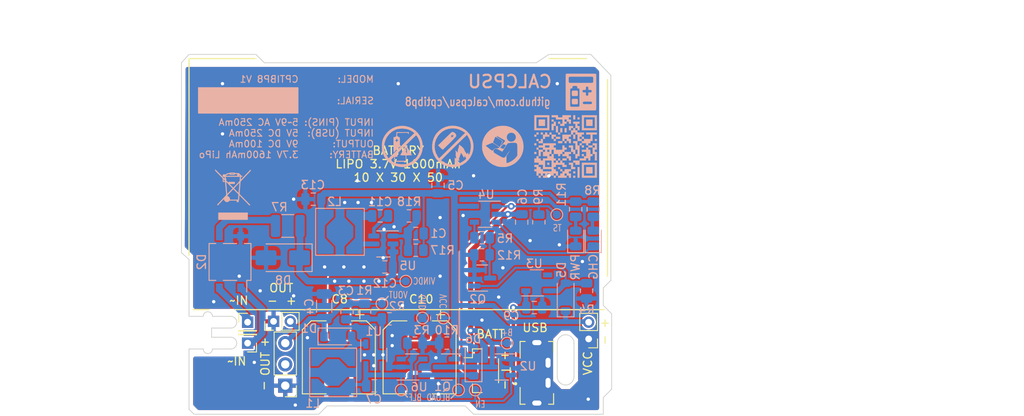
<source format=kicad_pcb>
(kicad_pcb (version 20240108) (generator "pcbnew") (generator_version "8.0")
  (layers (0 "F.Cu" signal) (31 "B.Cu" signal) (34 "B.Paste" user) (35 "F.Paste" user) (36 "B.SilkS" user "B.Silkscreen") (37 "F.SilkS" user "F.Silkscreen") (38 "B.Mask" user) (39 "F.Mask" user) (44 "Edge.Cuts" user))
  (net 0 "")
  (net 1 "/B+")
  (net 2 "/GND")
  (net 3 "/RFB")
  (net 4 "/VOUT")
  (net 5 "/VCC")
  (net 6 "/RSW")
  (net 7 "/CHG")
  (net 8 "/LCHG")
  (net 9 "/BLOAD")
  (net 10 "/REG5_FB")
  (net 11 "/EN")
  (net 12 "/PROG")
  (net 13 "/TS")
  (net 14 "/REG5_BS")
  (net 15 "/REG5_SW")
  (net 16 "/VAC2")
  (net 17 "/VAC1")
  (net 18 "/VRECT")
  (net 19 "/LPWR")
  (net 20 "/VINDC")
  (net 22 "/BLOADF")
  (net 23 "Net-(U6-~{FLG})")
  (net 24 "/VBUS1")
  (net 25 "/VBUS")
  (net 26 "/PROG2")
  (footprint "Connector_PinHeader_2.00mm:PinHeader_1x01_P2.00mm_Vertical" (layer "F.Cu") (at 8 35 180)
    (property "Reference" "J1" (hide yes))
    (property "Value" "VAC2")
  )
  (footprint "Connector_PinHeader_2.00mm:PinHeader_1x02_P2.00mm_Vertical" (layer "F.Cu") (at 11.1 32.4 90)
    (property "Reference" "J2" (hide yes))
    (property "Value" "OUT")
  )
  (footprint "Capacitor_SMD:CP_Elec_8x10.5" (layer "F.Cu") (at 18.9 36.7 -90)
    (property "Reference" "C8")
    (property "Value" "470u/25V")
  )
  (footprint "Connector_PinHeader_2.54mm:PinHeader_1x03_P2.54mm_Vertical" (layer "F.Cu") (at 12.5 40.08 180)
    (property "Reference" "J4" (hide yes))
    (property "Value" "OUT")
  )
  (footprint "Connector_PinHeader_2.00mm:PinHeader_1x01_P2.00mm_Vertical" (layer "F.Cu") (at 8 32.5)
    (property "Reference" "J5" (hide yes))
    (property "Value" "VAC1")
  )
  (footprint "Connector_JST:JST_SH_BM03B-SRSS-TB_1x03-1MP_P1.00mm_Vertical" (layer "F.Cu") (at 35.975 38.3 -90)
    (property "Reference" "BT1" (hide yes))
    (property "Value" "LiPo")
  )
  (footprint "mod_local:HRS_ZX80-B-5P_30_" (layer "F.Cu") (at 42.56 38.55 90)
    (property "Reference" "J7" (hide yes))
    (property "Value" "ZX80-B-5P_30_")
  )
  (footprint "Connector_PinHeader_2.00mm:PinHeader_1x02_P2.00mm_Vertical" (layer "F.Cu") (at 48.75 34.5 180)
    (property "Reference" "J3" (hide yes))
    (property "Value" "VCC")
  )
  (footprint "Capacitor_SMD:CP_Elec_8x10.5" (layer "F.Cu") (at 28.55 36.7 -90)
    (property "Reference" "C10")
    (property "Value" "470u/25V")
  )
  (footprint "Package_TO_SOT_SMD:SOT-23" (layer "B.Cu") (at 36.0375 27.225)
    (property "Reference" "Q2")
    (property "Value" "2N7002")
  )
  (footprint "Diode_SMD:D_SOD-123" (layer "B.Cu") (at 35 37.25 90)
    (property "Reference" "D6")
    (property "Value" "PMEG40T10ERX\n")
  )
  (footprint "Package_TO_SOT_SMD:SOT-23-3" (layer "B.Cu") (at 38.3625 37.85 180)
    (property "Reference" "U2")
    (property "Value" "APX809S-31SA")
  )
  (footprint "Resistor_SMD:R_0805_2012Metric" (layer "B.Cu") (at 31.8 35)
    (property "Reference" "R10")
    (property "Value" "47k")
  )
  (footprint "Resistor_SMD:R_0805_2012Metric" (layer "B.Cu") (at 47.2 19 90)
    (property "Reference" "R11")
    (property "Value" "3k" (hide yes))
  )
  (footprint "Capacitor_SMD:C_0805_2012Metric" (layer "B.Cu") (at 23.8375 19.8 180)
    (property "Reference" "C11")
    (property "Value" "22n")
  )
  (footprint "LOGO" (layer "B.Cu") (at 49 5 180)
    (property "Reference" "G***" (hide yes))
    (property "Value" "LOGO" (hide yes))
  )
  (footprint "Resistor_SMD:R_0805_2012Metric" (layer "B.Cu") (at 48.5 28.75 90)
    (property "Reference" "R4")
    (property "Value" "10k")
  )
  (footprint "TestPoint:TestPoint_Pad_D1.0mm" (layer "B.Cu") (at 39 35 180)
    (property "Reference" "TP2" (hide yes))
    (property "Value" "B+")
  )
  (footprint "Capacitor_SMD:C_0805_2012Metric" (layer "B.Cu") (at 15.85 17.8 180)
    (property "Reference" "C13")
    (property "Value" "1u")
  )
  (footprint "TestPoint:TestPoint_Pad_D1.0mm" (layer "B.Cu") (at 26.35 40.6 180)
    (property "Reference" "TP5" (hide yes))
    (property "Value" "BLOADF")
  )
  (footprint "Resistor_SMD:R_0805_2012Metric" (layer "B.Cu") (at 42.8 20.55 90)
    (property "Reference" "R9")
    (property "Value" "10k")
  )
  (footprint "Symbol:WEEE-Logo_4.2x6mm_SilkScreen" (layer "B.Cu") (at 6.25 17.25 180)
    (property "Reference" "REF**" (hide yes))
    (property "Value" "WEEE-Logo_4.2x6mm_SilkScreen" (hide yes))
  )
  (footprint "Resistor_SMD:R_0805_2012Metric" (layer "B.Cu") (at 28.0875 23.9 180)
    (property "Reference" "R17")
    (property "Value" "49.9k")
  )
  (footprint "Package_TO_SOT_SMD:TO-269AA" (layer "B.Cu") (at 5.9 25.3 90)
    (property "Reference" "D2")
    (property "Value" "MB14S")
  )
  (footprint "Capacitor_SMD:C_0805_2012Metric" (layer "B.Cu") (at 19.875 31.2125 90)
    (property "Reference" "C3")
    (property "Value" "N/P")
  )
  (footprint "TestPoint:TestPoint_Pad_D1.0mm" (layer "B.Cu") (at 44.95 19.65 180)
    (property "Reference" "TP8" (hide yes))
    (property "Value" "TS")
  )
  (footprint "Resistor_SMD:R_0805_2012Metric" (layer "B.Cu") (at 49.3 19 90)
    (property "Reference" "R8")
    (property "Value" "3k")
  )
  (footprint "TestPoint:TestPoint_Pad_D1.0mm" (layer "B.Cu") (at 26.9 27.6 180)
    (property "Reference" "TP1" (hide yes))
    (property "Value" "VINDC")
  )
  (footprint "Resistor_SMD:R_0805_2012Metric" (layer "B.Cu") (at 36.0125 22.4 180)
    (property "Reference" "R5")
    (property "Value" "1k8")
  )
  (footprint "Resistor_SMD:R_0805_2012Metric" (layer "B.Cu") (at 21.975 31.2125 -90)
    (property "Reference" "R1")
    (property "Value" "100k")
  )
  (footprint "Package_TO_SOT_SMD:SOT-23" (layer "B.Cu") (at 31.8 37.85 180)
    (property "Reference" "Q1")
    (property "Value" "AO3413")
  )
  (footprint "Capacitor_SMD:C_0805_2012Metric" (layer "B.Cu") (at 28.0875 21.9)
    (property "Reference" "C1")
    (property "Value" "100p")
  )
  (footprint "Package_TO_SOT_SMD:TSOT-23-6" (layer "B.Cu") (at 24.225 23.15 180)
    (property "Reference" "U5")
    (property "Value" "AP63200WU")
  )
  (footprint "Resistor_SMD:R_0805_2012Metric" (layer "B.Cu") (at 36 24.45)
    (property "Reference" "R12")
    (property "Value" "3k6")
  )
  (footprint "LED_SMD:LED_0805_2012Metric" (layer "B.Cu") (at 49.3 22.5 90)
    (property "Reference" "D3" (hide yes))
    (property "Value" "RED")
  )
  (footprint "Resistor_SMD:R_1210_3225Metric" (layer "B.Cu") (at 12.8 21)
    (property "Reference" "R7")
    (property "Value" "1")
  )
  (footprint "george:Inductor_Bourns_SRR4028" (layer "B.Cu") (at 19.0375 21.7 90)
    (property "Reference" "L2")
    (property "Value" "10uH")
  )
  (footprint "george:SOT-23-6_TI_DBV6" (layer "B.Cu") (at 36.4 19.6 180)
    (property "Reference" "U4")
    (property "Value" "BQ21040")
  )
  (footprint "TestPoint:TestPoint_Pad_D1.0mm" (layer "B.Cu") (at 33.2 40.6 180)
    (property "Reference" "TP3" (hide yes))
    (property "Value" "BLOAD")
  )
  (footprint "Diode_SMD:D_SOD-123" (layer "B.Cu") (at 18.775 34.2)
    (property "Reference" "D1")
    (property "Value" "PMEG40T10ERX")
  )
  (footprint "LED_SMD:LED_0805_2012Metric" (layer "B.Cu") (at 47.2 22.5 90)
    (property "Reference" "D4" (hide yes))
    (property "Value" "GRN")
  )
  (footprint "Resistor_SMD:R_0805_2012Metric" (layer "B.Cu") (at 28 35 180)
    (property "Reference" "R3")
    (property "Value" "10k")
  )
  (footprint "Diode_SMD:D_SMA" (layer "B.Cu") (at 12.2 24.8 180)
    (property "Reference" "D8")
    (property "Value" "Z15V")
  )
  (footprint "george:SOT-23-5_TI_DBV5" (layer "B.Cu") (at 23.075 36.4 -90)
    (property "Reference" "U1")
    (property "Value" "MIC2250-1YD5-TR")
  )
  (footprint "Capacitor_SMD:C_0805_2012Metric" (layer "B.Cu") (at 24.4 25.9 180)
    (property "Reference" "C12")
    (property "Value" "1u")
  )
  (footprint "TestPoint:TestPoint_Pad_D1.0mm" (layer "B.Cu") (at 28.9 32 180)
    (property "Reference" "TP6" (hide yes))
    (property "Value" "GND")
  )
  (footprint "TestPoint:TestPoint_Pad_D1.0mm" (layer "B.Cu") (at 31.4 32 180)
    (property "Reference" "TP9" (hide yes))
    (property "Value" "VCC")
  )
  (footprint "TestPoint:TestPoint_Pad_D1.0mm" (layer "B.Cu") (at 24.05 30.3 180)
    (property "Reference" "TP4" (hide yes))
    (property "Value" "VOUT")
  )
  (footprint "Diode_SMD:D_SOD-123" (layer "B.Cu") (at 46 29.5 90)
    (property "Reference" "D5")
    (property "Value" "PMEG40T10ERX")
  )
  (footprint "george:SOT-23-5_TI_DBV5" (layer "B.Cu") (at 27.65 37.85)
    (property "Reference" "U6")
    (property "Value" "NCP380")
  )
  (footprint "Capacitor_SMD:C_0805_2012Metric" (layer "B.Cu") (at 30.75 16.15 90)
    (property "Reference" "C5")
    (property "Value" "10u")
  )
  (footprint "george:SOT-23-5_TI_DBV5" (layer "B.Cu") (at 42.55 27.8)
    (property "Reference" "U3")
    (property "Value" "NCP360SNT")
  )
  (footprint "Resistor_SMD:R_0805_2012Metric" (layer "B.Cu") (at 27.2875 19.8 180)
    (property "Reference" "R18")
    (property "Value" "9.1k")
  )
  (footprint "Capacitor_SMD:C_1206_3216Metric" (layer "B.Cu") (at 17.15 30.6 90)
    (property "Reference" "C4")
    (property "Value" "22u")
  )
  (footprint "LOGO" (layer "B.Cu") (at 46 11.5 180)
    (property "Reference" "G***" (hide yes))
    (property "Value" "\\" (hide yes))
  )
  (footprint "Resistor_SMD:R_0805_2012Metric" (layer "B.Cu") (at 24.95 32.1 180)
    (property "Reference" "R2")
    (property "Value" "16k")
  )
  (footprint "Capacitor_SMD:C_0805_2012Metric" (layer "B.Cu") (at 23.125 40.1)
    (property "Reference" "C7")
    (property "Value" "4u7")
  )
  (footprint "TestPoint:TestPoint_Pad_D1.0mm" (layer "B.Cu") (at 35.2 40.6 180)
    (property "Reference" "TP7" (hide yes))
    (property "Value" "EN")
  )
  (footprint "george:Inductor_Bourns_SRR4028" (layer "B.Cu") (at 18.225 38.5)
    (property "Reference" "L1")
    (property "Value" "10uH")
  )
  (footprint "george:graphic_batterysafety" (layer "B.Cu") (at 32.5 11.5 180)
    (property "Reference" "REF**" (hide yes))
    (property "Value" "graphic_batterysafety")
  )
  (footprint "Capacitor_SMD:C_0805_2012Metric" (layer "B.Cu") (at 42.25 30.75)
    (property "Reference" "C9")
    (property "Value" "1u")
  )
  (footprint "Capacitor_SMD:C_0805_2012Metric" (layer "B.Cu") (at 40.75 20.55 -90)
    (property "Reference" "C6")
    (property "Value" "4u7")
  )
  (gr_line (start 24.5 29.75) (end 24.8 29.4) (stroke (width 0.15)) (layer "B.SilkS"))
  (gr_line (start 27.1 41.45) (end 26.85 41.2) (stroke (width 0.15)) (layer "B.SilkS"))
  (gr_line (start 35.7 41.7) (end 35.5 41.4) (stroke (width 0.15)) (layer "B.SilkS"))
  (gr_line (start 32.3 41.6) (end 32.7 41.2) (stroke (width 0.15)) (layer "B.SilkS"))
  (gr_rect (start 2.15 4.5) (end 14 7.5) (stroke (width 0.15)) (fill solid) (layer "B.SilkS"))
  (gr_line (start 44 1) (end 48.5 1) (stroke (width 0.15)) (layer "F.SilkS"))
  (gr_line (start 17.4 31) (end 50.6 31) (stroke (width 0.15)) (layer "F.SilkS"))
  (gr_line (start 1 1) (end 9 1) (stroke (width 0.15)) (layer "F.SilkS"))
  (gr_line (start 51 3.5) (end 51 27) (stroke (width 0.15)) (layer "F.SilkS"))
  (gr_line (start 3.4 31) (end 1.5 31) (stroke (width 0.15)) (layer "F.SilkS"))
  (gr_line (start 1 1) (end 1 24.5) (stroke (width 0.15)) (layer "F.SilkS"))
  (gr_line (start 17.4 31) (end 6.5 31) (stroke (width 0.15)) (layer "F.SilkS"))
  (gr_arc (start 45 35) (mid 46 34) (end 47 35) (stroke (width 0.1)) (layer "Edge.Cuts"))
  (gr_line (start 51.5 31.5) (end 51.5 40.5) (stroke (width 0.1)) (layer "Edge.Cuts"))
  (gr_line (start 1 0.5) (end 0.1 1.5) (stroke (width 0.1)) (layer "Edge.Cuts"))
  (gr_line (start 17.5 42.5) (end 33 42.5) (stroke (width 0.1)) (layer "Edge.Cuts"))
  (gr_line (start 1 31.8) (end 1 25) (stroke (width 0.1)) (layer "Edge.Cuts"))
  (gr_line (start 1 0.5) (end 9 0.5) (stroke (width 0.1)) (layer "Edge.Cuts"))
  (gr_line (start 51.4 3) (end 49 0.5) (stroke (width 0.1)) (layer "Edge.Cuts"))
  (gr_line (start 1 42.9) (end 1 35.7) (stroke (width 0.1)) (layer "Edge.Cuts"))
  (gr_line (start 16.5 43.5) (end 1.6 43.5) (stroke (width 0.1)) (layer "Edge.Cuts"))
  (gr_arc (start 6 34.3) (mid 6.7 35) (end 6 35.7) (stroke (width 0.1)) (layer "Edge.Cuts"))
  (gr_line (start 6 34.3) (end 3.7 34.3) (stroke (width 0.1)) (layer "Edge.Cuts"))
  (gr_line (start 1 25) (end 0.1 24.2) (stroke (width 0.1)) (layer "Edge.Cuts"))
  (gr_arc (start 2.7 31.8) (mid 3.25 31.25) (end 3.8 31.8) (stroke (width 0.1)) (layer "Edge.Cuts"))
  (gr_line (start 50.5 28.4) (end 50.5 30.5) (stroke (width 0.1)) (layer "Edge.Cuts"))
  (gr_line (start 35 43.5) (end 50.5 43.5) (stroke (width 0.1)) (layer "Edge.Cuts"))
  (gr_line (start 2.7 31.8) (end 1 31.8) (stroke (width 0.1)) (layer "Edge.Cuts"))
  (gr_line (start 3.7 34.3) (end 3.7 33.2) (stroke (width 0.1)) (layer "Edge.Cuts"))
  (gr_line (start 51.4 3) (end 51.4 27.5) (stroke (width 0.1)) (layer "Edge.Cuts"))
  (gr_line (start 33 42.5) (end 34 42.5) (stroke (width 0.1)) (layer "Edge.Cuts"))
  (gr_line (start 47 39) (end 47 35) (stroke (width 0.1)) (layer "Edge.Cuts"))
  (gr_line (start 6 31.8) (end 3.8 31.8) (stroke (width 0.1)) (layer "Edge.Cuts"))
  (gr_line (start 45 39) (end 45 35) (stroke (width 0.1)) (layer "Edge.Cuts"))
  (gr_arc (start 3.8 35.7) (mid 3.25 36.25) (end 2.7 35.7) (stroke (width 0.1)) (layer "Edge.Cuts"))
  (gr_line (start 50.5 43.5) (end 50.5 41.5) (stroke (width 0.1)) (layer "Edge.Cuts"))
  (gr_line (start 1 42.9) (end 1.6 43.5) (stroke (width 0.1)) (layer "Edge.Cuts"))
  (gr_line (start 42.5 1.5) (end 44 0.5) (stroke (width 0.1)) (layer "Edge.Cuts"))
  (gr_line (start 3.7 33.2) (end 6 33.2) (stroke (width 0.1)) (layer "Edge.Cuts"))
  (gr_line (start 34 42.5) (end 35 43.5) (stroke (width 0.1)) (layer "Edge.Cuts"))
  (gr_line (start 50.5 41.5) (end 51.5 40.5) (stroke (width 0.1)) (layer "Edge.Cuts"))
  (gr_line (start 44 0.5) (end 49 0.5) (stroke (width 0.1)) (layer "Edge.Cuts"))
  (gr_line (start 9 0.5) (end 10 1.5) (stroke (width 0.1)) (layer "Edge.Cuts"))
  (gr_line (start 16.5 43.5) (end 17.5 42.5) (stroke (width 0.1)) (layer "Edge.Cuts"))
  (gr_line (start 50.5 30.5) (end 51.5 31.5) (stroke (width 0.1)) (layer "Edge.Cuts"))
  (gr_line (start 51.4 27.5) (end 50.5 28.4) (stroke (width 0.1)) (layer "Edge.Cuts"))
  (gr_arc (start 6 31.8) (mid 6.7 32.5) (end 6 33.2) (stroke (width 0.1)) (layer "Edge.Cuts"))
  (gr_line (start 10 1.5) (end 42.5 1.5) (stroke (width 0.1)) (layer "Edge.Cuts"))
  (gr_line (start 0.1 1.5) (end 0.1 24.2) (stroke (width 0.1)) (layer "Edge.Cuts"))
  (gr_line (start 2.7 35.7) (end 1 35.7) (stroke (width 0.1)) (layer "Edge.Cuts"))
  (gr_line (start 3.8 35.7) (end 6 35.7) (stroke (width 0.1)) (layer "Edge.Cuts"))
  (gr_arc (start 47 39) (mid 46 40) (end 45 39) (stroke (width 0.1)) (layer "Edge.Cuts"))
  (gr_text "MODEL:\n\nSERIAL:\n\nINPUT (PINS):\nINPUT (USB):\nOUTPUT:\nBATTERY:" (at 23.15 3 0) (layer "B.SilkS") (effects (font (size 0.8 0.8) (thickness 0.12)) (justify left top mirror)))
  (gr_text "github.com/calcpsu/cptibp8" (at 44.25 6.75 0) (layer "B.SilkS") (effects (font (size 1 0.8)) (justify left bottom mirror)))
  (gr_text "CHG" (at 49.9 24.25 90) (layer "B.SilkS") (effects (font (size 1 1)) (justify left bottom mirror)))
  (gr_text "CALCPSU" (at 44.5 3.75 0) (layer "B.SilkS") (effects (font (size 1.5 1.5) (thickness 0.25) (bold yes)) (justify left mirror)))
  (gr_text "CPTIBP8 V1\n\n\n\n5~9V AC 250mA\n5V DC 250mA\n9V DC 100mA\n3.7V 1600mAh LiPo" (at 14.15 3 0) (layer "B.SilkS") (effects (font (size 0.8 0.8) (thickness 0.12)) (justify left top mirror)))
  (gr_text "PWR" (at 47.75 24.25 90) (layer "B.SilkS") (effects (font (size 1 1)) (justify left bottom mirror)))
  (gr_text "BLF" (at 28 41.5 0) (layer "B.SilkS") (effects (font (size 0.8 0.6) (thickness 0.1) (bold yes)) (justify mirror)))
  (gr_text "-" (at 10.25 30.5 0) (layer "F.SilkS") (effects (font (size 1 1)) (justify left bottom)))
  (gr_text "USB" (at 40.75 33.75 0) (layer "F.SilkS") (effects (font (size 1 1)) (justify left bottom)))
  (gr_text "BATTERY\nLIPO 3.7V 1600mAh\n10 X 30 X 50" (at 26 15.8 0) (layer "F.SilkS") (effects (font (size 1 1)) (justify bottom)))
  (gr_text "+" (at 10.6 35.6 90) (layer "F.SilkS") (effects (font (size 1 1)) (justify left bottom)))
  (gr_text "OUT" (at 10.5 29 0) (layer "F.SilkS") (effects (font (size 1 1)) (justify left bottom)))
  (gr_text "-" (at 10.5 40.8 90) (layer "F.SilkS") (effects (font (size 1 1)) (justify left bottom)))
  (gr_text "OUT" (at 10.7 39 90) (layer "F.SilkS") (effects (font (size 1 1)) (justify left bottom)))
  (gr_text "~IN" (at 5.75 30.5 0) (layer "F.SilkS") (effects (font (size 1 1)) (justify left bottom)))
  (gr_text "~IN" (at 5.5 37.75 0) (layer "F.SilkS") (effects (font (size 1 1)) (justify left bottom)))
  (gr_text "+ T -" (at 38.25 35.75 -90) (layer "F.SilkS") (effects (font (size 1 1)) (justify left bottom)))
  (gr_text "+ -" (at 50.2 31.9 -90) (layer "F.SilkS") (effects (font (size 1 1)) (justify left bottom)))
  (gr_text "BATT\n" (at 35.25 34.5 0) (layer "F.SilkS") (effects (font (size 1 1)) (justify left bottom)))
  (gr_text "+" (at 12.5 30.5 0) (layer "F.SilkS") (effects (font (size 1 1)) (justify left bottom)))
  (segment (start 34.65 33.5) (end 34.65 24.05) (width 0.6) (layer "F.Cu") (net 1))
  (segment (start 34.65 24.05) (end 39.1 19.6) (width 0.6) (layer "F.Cu") (net 1))
  (segment (start 34.65 33.5) (end 34.65 37.3) (width 0.6) (layer "F.Cu") (net 1))
  (via (at 34.65 33.5) (size 0.8) (drill 0.4) (layers "F.Cu" "B.Cu") (net 1))
  (via (at 39.1 19.6) (size 0.8) (drill 0.4) (layers "F.Cu" "B.Cu") (net 1))
  (segment (start 37.225 37.85) (end 37.225 35.075) (width 0.6) (layer "B.Cu") (net 1))
  (segment (start 34.65 33.5) (end 35.65 33.5) (width 0.6) (layer "B.Cu") (net 1))
  (segment (start 30.8625 37.85) (end 37.225 37.85) (width 0.6) (layer "B.Cu") (net 1))
  (segment (start 37.225 35.075) (end 37.3 35) (width 0.4) (layer "B.Cu") (net 1))
  (segment (start 37.3 35) (end 39 35) (width 0.4) (layer "B.Cu") (net 1))
  (segment (start 39.1 19.6) (end 37.7 19.6) (width 0.6) (layer "B.Cu") (net 1))
  (segment (start 39.1 19.6) (end 40.75 19.6) (width 0.6) (layer "B.Cu") (net 1))
  (segment (start 35.65 33.5) (end 37.225 35.075) (width 0.6) (layer "B.Cu") (net 1))
  (via (at 26.5 30.5) (size 0.8) (drill 0.4) (layers "F.Cu" "B.Cu") (net 2))
  (via (at 8.8 37.3) (size 0.8) (drill 0.4) (layers "F.Cu" "B.Cu") (net 2))
  (via (at 25.275 34.1) (size 0.8) (drill 0.4) (layers "F.Cu" "B.Cu") (net 2))
  (via (at 13.5 17.8) (size 0.8) (drill 0.4) (layers "F.Cu" "B.Cu") (net 2))
  (via (at 36 32.25) (size 0.8) (drill 0.4) (layers "F.Cu" "B.Cu") (net 2))
  (via (at 48 25.25) (size 0.8) (drill 0.4) (layers "F.Cu" "B.Cu") (net 2))
  (via (at 23.075 37.7) (size 0.8) (drill 0.4) (layers "F.Cu" "B.Cu") (net 2))
  (via (at 22.8 18.2) (size 0.8) (drill 0.4) (layers "F.Cu" "B.Cu") (net 2))
  (via (at 13.5 29.35) (size 0.8) (drill 0.4) (layers "F.Cu" "B.Cu") (net 2))
  (via (at 25.275 35.3) (size 0.8) (drill 0.4) (layers "F.Cu" "B.Cu") (net 2))
  (via (at 48.7 41.7) (size 0.8) (drill 0.4) (layers "F.Cu" "B.Cu") (net 2))
  (via (at 21.2 18.2) (size 0.8) (drill 0.4) (layers "F.Cu" "B.Cu") (net 2))
  (via (at 44 15) (size 0.8) (drill 0.4) (layers "F.Cu" "B.Cu") (net 2))
  (via (at 15.15 34.35) (size 0.8) (drill 0.4) (layers "F.Cu" "B.Cu") (net 2))
  (via (at 41.75 22.75) (size 0.8) (drill 0.4) (layers "F.Cu" "B.Cu") (net 2))
  (via (at 3.95 30.05) (size 0.8) (drill 0.4) (layers "F.Cu" "B.Cu") (net 2))
  (via (at 13.7 42.4) (size 0.8) (drill 0.4) (layers "F.Cu" "B.Cu") (net 2))
  (via (at 21.1 15.6) (size 0.8) (drill 0.4) (layers "F.Cu" "B.Cu") (net 2))
  (via (at 9.5 28.75) (size 0.8) (drill 0.4) (layers "F.Cu" "B.Cu") (net 2))
  (via (at 5 4) (size 0.8) (drill 0.4) (layers "F.Cu" "B.Cu") (net 2))
  (via (at 24.2 24.8) (size 0.8) (drill 0.4) (layers "F.Cu" "B.Cu") (net 2))
  (via (at 30.5 36.75) (size 0.8) (drill 0.4) (layers "F.Cu" "B.Cu") (net 2))
  (via (at 17.2 25.9) (size 0.8) (drill 0.4) (layers "F.Cu" "B.Cu") (net 2))
  (via (at 45.25 23.25) (size 0.8) (drill 0.4) (layers "F.Cu" "B.Cu") (net 2))
  (via (at 38 29.5) (size 0.8) (drill 0.4) (layers "F.Cu" "B.Cu") (net 2))
  (via (at 26 4) (size 0.8) (drill 0.4) (layers "F.Cu" "B.Cu") (net 2))
  (via (at 31 20) (size 0.8) (drill 0.4) (layers "F.Cu" "B.Cu") (net 2))
  (via (at 25.5 21.1) (size 0.8) (drill 0.4) (layers "F.Cu" "B.Cu") (net 2))
  (via (at 30.8 41.1) (size 0.8) (drill 0.4) (layers "F.Cu" "B.Cu") (net 2))
  (via (at 24.175 36.4) (size 0.8) (drill 0.4) (layers "F.Cu" "B.Cu") (net 2))
  (via (at 38.5 26) (size 0.8) (drill 0.4) (layers "F.Cu" "B.Cu") (net 2))
  (via (at 19.5 25.9) (size 0.8) (drill 0.4) (layers "F.Cu" "B.Cu") (net 2))
  (via (at 7 27) (size 0.8) (drill 0.4) (layers "F.Cu" "B.Cu") (net 2))
  (via (at 21.9 25.9) (size 0.8) (drill 0.4) (layers "F.Cu" "B.Cu") (net 2))
  (via (at 35 15) (size 0.8) (drill 0.4) (layers "F.Cu" "B.Cu") (net 2))
  (via (at 21.975 36.4) (size 0.8) (drill 0.4) (layers "F.Cu" "B.Cu") (net 2))
  (via (at 30.8 39.85) (size 0.8) (drill 0.4) (layers "F.Cu" "B.Cu") (net 2))
  (via (at 5 10) (size 0.8) (drill 0.4) (layers "F.Cu" "B.Cu") (net 2))
  (via (at 19.6 18.2) (size 0.8) (drill 0.4) (layers "F.Cu" "B.Cu") (net 2))
  (via (at 31 27) (size 0.8) (drill 0.4) (layers "F.Cu" "B.Cu") (net 2))
  (via (at 24.3 21.4) (size 0.8) (drill 0.4) (layers "F.Cu" "B.Cu") (net 2))
  (via (at 45 4) (size 0.8) (drill 0.4) (layers "F.Cu" "B.Cu") (net 2))
  (via (at 33.75 19.75) (size 0.8) (drill 0.4) (layers "F.Cu" "B.Cu") (net 2))
  (via (at 23.075 36.4) (size 0.8) (drill 0.4) (layers "F.Cu" "B.Cu") (net 2))
  (segment (start 12.5 40.15) (end 12.5 40.08) (width 0.6) (layer "B.Cu") (net 2))
  (segment (start 21.975 32.125) (end 24.025 32.125) (width 0.6) (layer "B.Cu") (net 3))
  (segment (start 19.9125 32.125) (end 19.875 32.1625) (width 0.6) (layer "B.Cu") (net 3))
  (segment (start 21.975 32.125) (end 19.9125 32.125) (width 0.6) (layer "B.Cu") (net 3))
  (segment (start 24.025 35.1) (end 24.025 32.4625) (width 0.6) (layer "B.Cu") (net 3))
  (segment (start 14.125 33.375) (end 12.5 35) (width 0.6) (layer "B.Cu") (net 4))
  (segment (start 17.6 32.075) (end 15.425 32.075) (width 0.6) (layer "B.Cu") (net 4))
  (segment (start 17.125 34.2) (end 17.125 33.2) (width 0.6) (layer "B.Cu") (net 4))
  (segment (start 14.075 33.375) (end 14.125 33.375) (width 0.6) (layer "B.Cu") (net 4))
  (segment (start 19.875 30.2625) (end 21.9375 30.2625) (width 0.6) (layer "B.Cu") (net 4))
  (segment (start 19.875 30.2625) (end 19.5375 30.2625) (width 0.6) (layer "B.Cu") (net 4))
  (segment (start 17.725 32.075) (end 17.6 32.075) (width 0.6) (layer "B.Cu") (net 4))
  (segment (start 17.125 33.2) (end 17.125 32.55) (width 0.6) (layer "B.Cu") (net 4))
  (segment (start 15.425 32.075) (end 14.125 33.375) (width 0.6) (layer "B.Cu") (net 4))
  (segment (start 21.9375 30.2625) (end 21.975 30.3) (width 0.6) (layer "B.Cu") (net 4))
  (segment (start 19.5375 30.2625) (end 17.725 32.075) (width 0.6) (layer "B.Cu") (net 4))
  (segment (start 17.125 32.55) (end 17.6 32.075) (width 0.6) (layer "B.Cu") (net 4))
  (segment (start 13.1 32.4) (end 14.075 33.375) (width 0.6) (layer "B.Cu") (net 4))
  (segment (start 24.05 30.3) (end 21.975 30.3) (width 0.25) (layer "B.Cu") (net 4))
  (segment (start 32.7 30.5) (end 32.7 32.2) (width 0.8) (layer "B.Cu") (net 5))
  (segment (start 47.2 18.0875) (end 49.3 18.0875) (width 0.4) (layer "B.Cu") (net 5))
  (segment (start 32.7 30.1) (end 32.7 30.5) (width 0.8) (layer "B.Cu") (net 5))
  (segment (start 34.4 35) (end 35 35.6) (width 0.6) (layer "B.Cu") (net 5))
  (segment (start 29.0375 17.1375) (end 29 17.1) (width 0.25) (layer "B.Cu") (net 5))
  (segment (start 46 31.15) (end 46 32.436) (width 0.6) (layer "B.Cu") (net 5))
  (segment (start 32.7 18.65) (end 32.7 17.1) (width 0.8) (layer "B.Cu") (net 5))
  (segment (start 45.0875 18.0875) (end 44.1 17.1) (width 0.4) (layer "B.Cu") (net 5))
  (segment (start 48.75 32.5) (end 48.686 32.436) (width 0.6) (layer "B.Cu") (net 5))
  (segment (start 48.686 32.436) (end 46 32.436) (width 0.6) (layer "B.Cu") (net 5))
  (segment (start 37.375 30.5) (end 32.7 30.5) (width 0.6) (layer "B.Cu") (net 5))
  (segment (start 39.311 32.436) (end 37.375 30.5) (width 0.6) (layer "B.Cu") (net 5))
  (segment (start 47.2 18.0875) (end 45.0875 18.0875) (width 0.4) (layer "B.Cu") (net 5))
  (segment (start 44.1 17.1) (end 32.7 17.1) (width 0.4) (layer "B.Cu") (net 5))
  (segment (start 29.0375 21.9) (end 29.0375 23.8625) (width 0.25) (layer "B.Cu") (net 5))
  (segment (start 32.7125 35) (end 34.4 35) (width 0.6) (layer "B.Cu") (net 5))
  (segment (start 30.4 17.1) (end 29 17.1) (width 0.8) (layer "B.Cu") (net 5))
  (segment (start 46 32.436) (end 39.311 32.436) (width 0.6) (layer "B.Cu") (net 5))
  (segment (start 32.7 17.1) (end 30.4 17.1) (width 0.8) (layer "B.Cu") (net 5))
  (segment (start 29.0375 21.9) (end 29.0375 17.1375) (width 0.25) (layer "B.Cu") (net 5))
  (segment (start 32.7 30.1) (end 32.7 18.65) (width 0.8) (layer "B.Cu") (net 5))
  (segment (start 16.7875 17.5125) (end 16.7875 21.7) (width 0.8) (layer "B.Cu") (net 5))
  (segment (start 32.7 32.2) (end 32.7 35.0375) (width 0.8) (layer "B.Cu") (net 5))
  (segment (start 35.1 18.65) (end 32.7 18.65) (width 0.6) (layer "B.Cu") (net 5))
  (segment (start 17.2 17.1) (end 16.7875 17.5125) (width 0.8) (layer "B.Cu") (net 5))
  (segment (start 31.6 32) (end 32.5 32) (width 0.25) (layer "B.Cu") (net 5))
  (segment (start 29 17.1) (end 17.2 17.1) (width 0.8) (layer "B.Cu") (net 5))
  (segment (start 32.7375 36.9) (end 32.7375 35.075) (width 0.6) (layer "B.Cu") (net 5))
  (segment (start 32.5 32) (end 32.7 32.2) (width 0.25) (layer "B.Cu") (net 5))
  (segment (start 21.04375 35.1) (end 21.2875 35.1) (width 0.6) (layer "B.Cu") (net 6))
  (segment (start 20.425 34.2) (end 20.425 34.48125) (width 0.6) (layer "B.Cu") (net 6))
  (segment (start 21.2875 35.1) (end 21.1 35.1) (width 0.6) (layer "B.Cu") (net 6))
  (segment (start 20.425 35.3) (end 19.475 36.25) (width 0.6) (layer "B.Cu") (net 6))
  (segment (start 20.425 34.48125) (end 21.04375 35.1) (width 0.6) (layer "B.Cu") (net 6))
  (segment (start 20.325 35.875) (end 20.325 36.25) (width 0.6) (layer "B.Cu") (net 6))
  (segment (start 21.1 35.1) (end 20.325 35.875) (width 0.6) (layer "B.Cu") (net 6))
  (segment (start 18.125 36.15) (end 18.225 36.25) (width 0.8) (layer "B.Cu") (net 6))
  (segment (start 20.425 34.2) (end 20.425 35.3) (width 0.6) (layer "B.Cu") (net 6))
  (segment (start 21.475 35.1) (end 21.2875 35.1) (width 0.6) (layer "B.Cu") (net 6))
  (segment (start 22.125 35.1) (end 21.475 35.1) (width 0.6) (layer "B.Cu") (net 6))
  (segment (start 19.475 36.25) (end 18.225 36.25) (width 0.6) (layer "B.Cu") (net 6))
  (segment (start 41.55 24.25) (end 48.25 24.25) (width 0.25) (layer "B.Cu") (net 7))
  (segment (start 48.25 24.25) (end 49.0625 23.4375) (width 0.25) (layer "B.Cu") (net 7))
  (segment (start 37.85 20.55) (end 41.55 24.25) (width 0.25) (layer "B.Cu") (net 7))
  (segment (start 37.7 20.55) (end 37.85 20.55) (width 0.25) (layer "B.Cu") (net 7))
  (segment (start 49.0625 23.4375) (end 49.3 23.4375) (width 0.25) (layer "B.Cu") (net 7))
  (segment (start 49.2 21.525) (end 49.2 19.875) (width 0.4) (layer "B.Cu") (net 8))
  (segment (start 32.7375 38.8) (end 34.9 38.8) (width 0.6) (layer "B.Cu") (net 9))
  (segment (start 33.2 38.8) (end 32.7375 38.8) (width 0.25) (layer "B.Cu") (net 9))
  (segment (start 33.2 40.7) (end 33.2 40.6) (width 0.25) (layer "B.Cu") (net 9))
  (segment (start 33.2 40.6) (end 33.2 38.8) (width 0.25) (layer "B.Cu") (net 9))
  (segment (start 32.7375 38.8) (end 28.95 38.8) (width 0.6) (layer "B.Cu") (net 9))
  (segment (start 25.3625 22.2) (end 27.1375 22.2) (width 0.4) (layer "B.Cu") (net 10))
  (segment (start 28.2 19.8) (end 28.2 20.5) (width 0.8) (layer "B.Cu") (net 10))
  (segment (start 28.2 20.5) (end 27.1375 21.5625) (width 0.8) (layer "B.Cu") (net 10))
  (segment (start 27.1375 21.5625) (end 27.1375 21.9) (width 0.8) (layer "B.Cu") (net 10))
  (segment (start 27.175 23.9) (end 27.175 21.9375) (width 0.8) (layer "B.Cu") (net 10))
  (segment (start 35.2 41.9) (end 38.6 41.9) (width 0.25) (layer "B.Cu") (net 11))
  (segment (start 28.8 41.9) (end 28.075 41.175) (width 0.25) (layer "B.Cu") (net 11))
  (segment (start 35.2 40.7) (end 35.2 41.9) (width 0.25) (layer "B.Cu") (net 11))
  (segment (start 28.075 37.525) (end 28.7 36.9) (width 0.25) (layer "B.Cu") (net 11))
  (segment (start 35.2 41.9) (end 28.8 41.9) (width 0.25) (layer "B.Cu") (net 11))
  (segment (start 28.7 36.9) (end 28.95 36.9) (width 0.25) (layer "B.Cu") (net 11))
  (segment (start 39.5 41) (end 39.5 38.8) (width 0.25) (layer "B.Cu") (net 11))
  (segment (start 38.6 41.9) (end 39.5 41) (width 0.25) (layer "B.Cu") (net 11))
  (segment (start 28.075 41.175) (end 28.075 37.525) (width 0.25) (layer "B.Cu") (net 11))
  (segment (start 35.1 22.4) (end 35.1 20.55) (width 0.25) (layer "B.Cu") (net 12))
  (segment (start 39.024695 18.65) (end 33.55 24.124695) (width 0.25) (layer "F.Cu") (net 13))
  (segment (start 33.875001 38.3) (end 34.65 38.3) (width 0.25) (layer "F.Cu") (net 13))
  (segment (start 33.55 37.974999) (end 33.875001 38.3) (width 0.25) (layer "F.Cu") (net 13))
  (segment (start 33.55 24.124695) (end 33.55 37.974999) (width 0.25) (layer "F.Cu") (net 13))
  (segment (start 39.5 18.65) (end 39.024695 18.65) (width 0.25) (layer "F.Cu") (net 13))
  (via (at 39.5 18.65) (size 0.8) (drill 0.4) (layers "F.Cu" "B.Cu") (net 13))
  (segment (start 42.8 19.6375) (end 42.8 18.65) (width 0.25) (layer "B.Cu") (net 13))
  (segment (start 43.95 18.65) (end 44.95 19.65) (width 0.25) (layer "B.Cu") (net 13))
  (segment (start 42.8 18.65) (end 43.95 18.65) (width 0.25) (layer "B.Cu") (net 13))
  (segment (start 39.5 18.65) (end 42.8 18.65) (width 0.25) (layer "B.Cu") (net 13))
  (segment (start 37.7 18.65) (end 39.5 18.65) (width 0.25) (layer "B.Cu") (net 13))
  (segment (start 24.5875 19.8) (end 23.0875 21.3) (width 0.4) (layer "B.Cu") (net 14))
  (segment (start 23.0875 21.3) (end 23.0875 21.9) (width 0.4) (layer "B.Cu") (net 14))
  (segment (start 21.3 21.7125) (end 21.2875 21.7) (width 0.8) (layer "B.Cu") (net 15))
  (segment (start 22.8875 19.8) (end 21.2875 19.8) (width 1) (layer "B.Cu") (net 15))
  (segment (start 23.0875 23.15) (end 21.2875 23.15) (width 0.6) (layer "B.Cu") (net 15))
  (segment (start 9.75 33.8) (end 8.55 35) (width 0.8) (layer "B.Cu") (net 16))
  (segment (start 9.75 30.955) (end 9.75 33.8) (width 0.8) (layer "B.Cu") (net 16))
  (segment (start 8.55 35) (end 8 35) (width 0.8) (layer "B.Cu") (net 16))
  (segment (start 7.17 28.375) (end 9.75 30.955) (width 0.8) (layer "B.Cu") (net 16))
  (segment (start 8 31.95) (end 8 32.5) (width 0.8) (layer "B.Cu") (net 17))
  (segment (start 4.63 28.58) (end 8 31.95) (width 0.8) (layer "B.Cu") (net 17))
  (segment (start 4.63 28.375) (end 4.63 28.58) (width 0.8) (layer "B.Cu") (net 17))
  (segment (start 4.63 21.17) (end 4.63 22.225) (width 0.8) (layer "B.Cu") (net 18))
  (segment (start 11.3 20.3) (end 5.5 20.3) (width 0.8) (layer "B.Cu") (net 18))
  (segment (start 11.3375 20.3375) (end 11.3 20.3) (width 0.8) (layer "B.Cu") (net 18))
  (segment (start 5.5 20.3) (end 4.63 21.17) (width 0.8) (layer "B.Cu") (net 18))
  (segment (start 11.3375 21) (end 11.3375 20.3375) (width 0.8) (layer "B.Cu") (net 18))
  (segment (start 47.2 21.525) (end 47.2 19.875) (width 0.4) (layer "B.Cu") (net 19))
  (via (at 23.7 27.6) (size 0.8) (drill 0.4) (layers "F.Cu" "B.Cu") (net 20))
  (via (at 20.1 27.6) (size 0.8) (drill 0.4) (layers "F.Cu" "B.Cu") (net 20))
  (via (at 18.4 27.6) (size 0.8) (drill 0.4) (layers "F.Cu" "B.Cu") (net 20))
  (via (at 21.9 27.6) (size 0.8) (drill 0.4) (layers "F.Cu" "B.Cu") (net 20))
  (segment (start 23.7 27.6) (end 15.2 27.6) (width 0.8) (layer "B.Cu") (net 20))
  (segment (start 25.3625 26.8375) (end 25.3625 24.1) (width 0.8) (layer "B.Cu") (net 20))
  (segment (start 14.2625 24.7375) (end 14.2 24.8) (width 0.8) (layer "B.Cu") (net 20))
  (segment (start 25.15 27.05) (end 25.3625 26.8375) (width 0.8) (layer "B.Cu") (net 20))
  (segment (start 25.3625 24.1) (end 25.3625 23.15) (width 0.6) (layer "B.Cu") (net 20))
  (segment (start 23.7 27.6) (end 24.6 27.6) (width 0.8) (layer "B.Cu") (net 20))
  (segment (start 14.2 26.6) (end 14.2 24.8) (width 0.8) (layer "B.Cu") (net 20))
  (segment (start 24.6 27.6) (end 25.15 27.05) (width 0.8) (layer "B.Cu") (net 20))
  (segment (start 14.2625 21) (end 14.2625 24.7375) (width 0.8) (layer "B.Cu") (net 20))
  (segment (start 25.7 27.6) (end 25.15 27.05) (width 0.25) (layer "B.Cu") (net 20))
  (segment (start 19.475 27.6) (end 20.375 27.6) (width 0.8) (layer "B.Cu") (net 20))
  (segment (start 25.375 25.925) (end 25.35 25.9) (width 0.25) (layer "B.Cu") (net 20))
  (segment (start 15.2 27.6) (end 14.2 26.6) (width 0.8) (layer "B.Cu") (net 20))
  (segment (start 26.9 27.6) (end 25.7 27.6) (width 0.25) (layer "B.Cu") (net 20))
  (segment (start 20.904762 39.95) (end 20.104762 40.75) (width 0.4) (layer "B.Cu") (net 22))
  (segment (start 26.35 38.8) (end 22.125 38.8) (width 0.6) (layer "B.Cu") (net 22))
  (segment (start 24.05 38.8) (end 22.125 38.8) (width 0.25) (layer "B.Cu") (net 22))
  (segment (start 26.35 40.6) (end 26.35 38.8) (width 0.25) (layer "B.Cu") (net 22))
  (segment (start 22.125 38.8) (end 22.125 40.05) (width 0.4) (layer "B.Cu") (net 22))
  (segment (start 24.025 38.775) (end 24.05 38.8) (width 0.25) (layer "B.Cu") (net 22))
  (segment (start 24.025 37.7) (end 24.025 38.775) (width 0.25) (layer "B.Cu") (net 22))
  (segment (start 22.125 37.7) (end 22.125 40.05) (width 0.6) (layer "B.Cu") (net 22))
  (segment (start 22.025 39.95) (end 20.904762 39.95) (width 0.4) (layer "B.Cu") (net 22))
  (segment (start 22.125 37.7) (end 22.125 38.8) (width 0.4) (layer "B.Cu") (net 22))
  (segment (start 27.0875 36.5125) (end 26.7 36.9) (width 0.25) (layer "B.Cu") (net 23))
  (segment (start 26.7 36.9) (end 26.35 36.9) (width 0.25) (layer "B.Cu") (net 23))
  (segment (start 27.0875 35) (end 27.0875 36.5125) (width 0.25) (layer "B.Cu") (net 23))
  (segment (start 40.2 39.85) (end 41.25 39.85) (width 0.4) (layer "F.Cu") (net 24))
  (segment (start 39.75 39.4) (end 40.2 39.85) (width 0.4) (layer "F.Cu") (net 24))
  (segment (start 39.75 30.75) (end 39.75 39.4) (width 0.4) (layer "F.Cu") (net 24))
  (via (at 39.75 30.75) (size 0.8) (drill 0.4) (layers "F.Cu" "B.Cu") (net 24))
  (segment (start 39.75 30.75) (end 41.3 30.75) (width 0.4) (layer "B.Cu") (net 24))
  (segment (start 41.25 28.75) (end 41.25 30.7) (width 0.6) (layer "B.Cu") (net 24))
  (segment (start 41.25 30.7) (end 41.3 30.75) (width 0.6) (layer "B.Cu") (net 24))
  (segment (start 45.1 28.75) (end 46 27.85) (width 0.6) (layer "B.Cu") (net 25))
  (segment (start 45.5 26) (end 46 26.5) (width 0.25) (layer "B.Cu") (net 25))
  (segment (start 48.5 27.8375) (end 46.0125 27.8375) (width 0.6) (layer "B.Cu") (net 25))
  (segment (start 43.85 28.75) (end 45.1 28.75) (width 0.6) (layer "B.Cu") (net 25))
  (segment (start 46 26.5) (end 46 27.85) (width 0.25) (layer "B.Cu") (net 25))
  (segment (start 35.1 28.175) (end 37.825 28.175) (width 0.25) (layer "B.Cu") (net 25))
  (segment (start 46.0125 27.8375) (end 46 27.85) (width 0.6) (layer "B.Cu") (net 25))
  (segment (start 37.825 28.175) (end 40 26) (width 0.25) (layer "B.Cu") (net 25))
  (segment (start 40 26) (end 45.5 26) (width 0.25) (layer "B.Cu") (net 25))
  (segment (start 36.9125 27.1625) (end 36.975 27.225) (width 0.25) (layer "B.Cu") (net 26))
  (segment (start 36.925 22.4) (end 36.925 24.4375) (width 0.25) (layer "B.Cu") (net 26))
  (segment (start 36.925 24.4375) (end 36.9125 24.45) (width 0.25) (layer "B.Cu") (net 26))
  (segment (start 36.9125 24.45) (end 36.9125 27.1625) (width 0.25) (layer "B.Cu") (net 26))
  (zone (net 20) (net_name "/VINDC") (layer "F.Cu") (priority 1) (connect_pads yes (clearance 0)) (min_thickness 0.2) (fill yes (thermal_gap 0.5) (thermal_bridge_width 0.5) (smoothing fillet) (radius 0.25))
    (polygon (pts (xy 17.7 26.9) (xy 29.9 26.9) (xy 29.8 34) (xy 27.3 34) (xy 27.3 29.7) (xy 20.2 29.7) (xy 20.2 34) (xy 17.6 34)))
  )
  (zone (net 0) (net_name "") (layers "F&B.Cu") (connect_pads (clearance 0)) (min_thickness 0.2)
    (keepout (tracks not_allowed) (vias not_allowed) (pads allowed) (copperpour not_allowed) (footprints allowed))
    (fill (thermal_gap 0.5) (thermal_bridge_width 0.5))
    (polygon (pts (xy 44.5 34.5) (xy 45.5 33.5) (xy 46.5 33.5) (xy 47.5 34.5) (xy 47.5 39.5) (xy 46.5 40.5) (xy 45.5 40.5) (xy 44.5 39.5)))
  )
  (zone (net 2) (net_name "/GND") (layers "F&B.Cu") (connect_pads (clearance 0.2)) (min_thickness 0.2) (fill yes (thermal_gap 0.5) (thermal_bridge_width 0.5) (smoothing fillet) (radius 0.25))
    (polygon (pts (xy 1.5 42.4) (xy 1.5 36.6) (xy 7.5 36.6) (xy 7.5 30.9) (xy 1.5 30.9) (xy 1.5 24.5) (xy 0.5 23.5) (xy 0.6 2) (xy 49.5 2) (xy 50 2.5) (xy 50 43) (xy 35.5 43) (xy 34.5 42) (xy 17 42) (xy 16 43) (xy 2.1 43)))
  )
)
</source>
